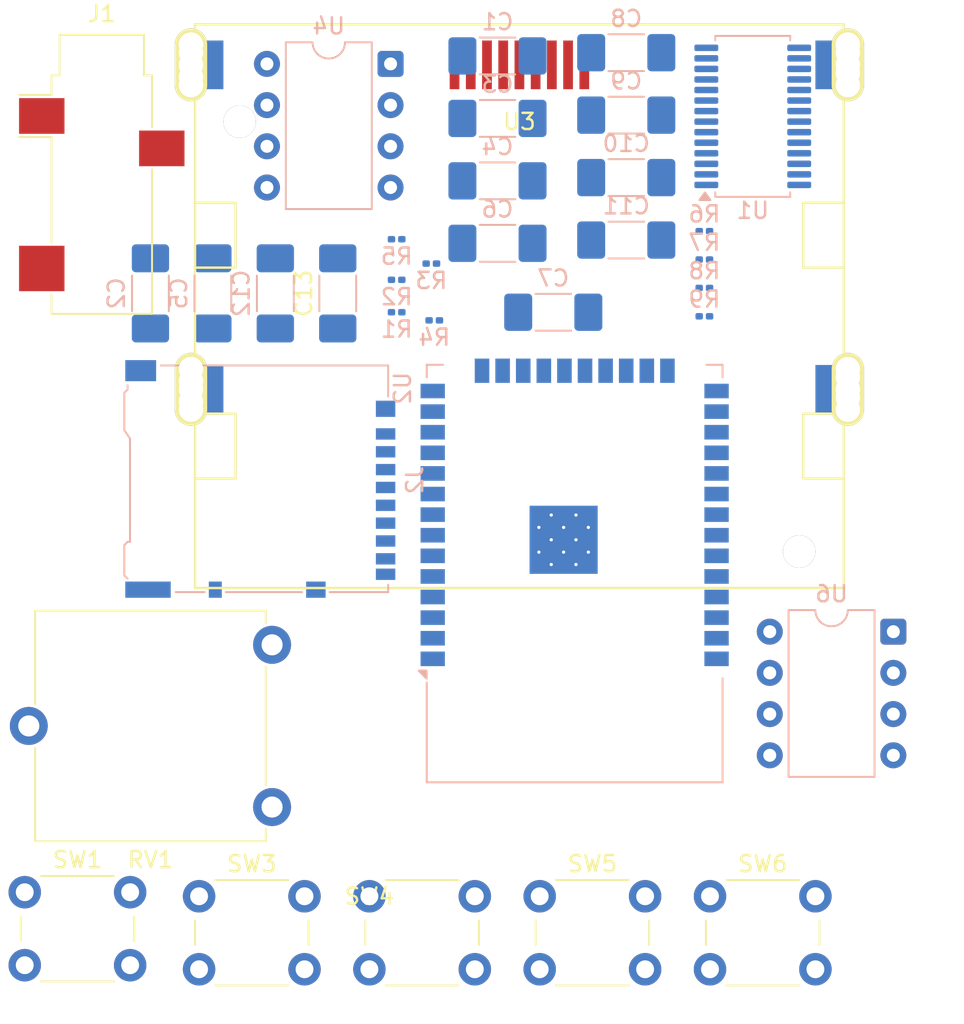
<source format=kicad_pcb>
(kicad_pcb (version 20241229) (generator "pcbnew") (generator_version "9.0")
  (layers (0 "F.Cu" signal) (2 "B.Cu" signal) (13 "F.Paste" user) (15 "B.Paste" user) (5 "F.SilkS" user "F.Silkscreen") (7 "B.SilkS" user "B.Silkscreen") (1 "F.Mask" user) (3 "B.Mask" user) (25 "Edge.Cuts" user))
  (net 0 "")
  (net 1 "GND")
  (net 2 "+5V")
  (net 3 "Net-(U1-OUTL)")
  (net 4 "Net-(U1-OUTR)")
  (net 5 "Net-(J1-PadT)")
  (net 21 "+3.3V")
  (net 25 "Net-(J1-PadR)")
  (net 35 "LRCK")
  (net 36 "Net-(U1-AVDD)")
  (net 37 "DIN")
  (net 44 "SCK")
  (net 47 "BCK")
  (net 50 "Net-(BT2--)")
  (net 62 "Net-(U2-IO15)")
  (net 76 "Net-(U2-IO12)")
  (net 80 "Net-(BT2-+)")
  (net 83 "Net-(U6-BYPASS)")
  (net 84 "Net-(C9-Pad2)")
  (net 85 "Net-(C9-Pad1)")
  (net 86 "Net-(U4-BYPASS)")
  (net 87 "Net-(C11-Pad2)")
  (net 88 "Net-(C11-Pad1)")
  (footprint "Button_Switch_THT:SW_PUSH_6mm" (layer "F.Cu") (at 135.5 118)
    (property "Reference" "SW5" (at 3.25 -2 0) (layer "F.SilkS"))
    (property "Value" "SW_Push")
    (fp_line (start -0.25 1.5) (end -0.25 3) (stroke (width 0.12)) (layer "F.SilkS"))
    (fp_line (start 1 5.5) (end 5.5 5.5) (stroke (width 0.12)) (layer "F.SilkS"))
    (fp_line (start 5.5 -1) (end 1 -1) (stroke (width 0.12)) (layer "F.SilkS"))
    (fp_line (start 6.75 3) (end 6.75 1.5) (stroke (width 0.12)) (layer "F.SilkS"))
    (pad "1" thru_hole circle (at 0 0 90) (size 2 2) (drill 1.1) (layers "*.Cu" "*.Mask") (net 2 "+5V"))
    (pad "1" thru_hole circle (at 6.5 0 90) (size 2 2) (drill 1.1) (layers "*.Cu" "*.Mask") (net 2 "+5V"))
    (pad "2" thru_hole circle (at 0 4.5 90) (size 2 2) (drill 1.1) (layers "*.Cu" "*.Mask") (net 1 "GND"))
    (pad "2" thru_hole circle (at 6.5 4.5 90) (size 2 2) (drill 1.1) (layers "*.Cu" "*.Mask") (net 1 "GND"))
  )
  (footprint "Potentiometer_THT:Potentiometer_ACP_CA14V-15_Vertical" (layer "F.Cu") (at 119 102.5 180)
    (property "Reference" "RV1" (at 7.5 -13.25 0) (layer "F.SilkS"))
    (property "Value" "R_Potentiometer_US")
    (fp_line (start 14.61 2.11) (end 0.39 2.11) (stroke (width 0.12)) (layer "F.SilkS"))
    (fp_line (start 14.61 -3.655) (end 14.61 2.11) (stroke (width 0.12)) (layer "F.SilkS"))
    (fp_line (start 14.61 -12.11) (end 14.61 -6.345) (stroke (width 0.12)) (layer "F.SilkS"))
    (fp_line (start 0.39 2.11) (end 0.39 1.345) (stroke (width 0.12)) (layer "F.SilkS"))
    (fp_line (start 0.39 -1.345) (end 0.39 -8.655) (stroke (width 0.12)) (layer "F.SilkS"))
    (fp_line (start 0.39 -11.345) (end 0.39 -12.11) (stroke (width 0.12)) (layer "F.SilkS"))
    (fp_line (start 0.39 -12.11) (end 14.61 -12.11) (stroke (width 0.12)) (layer "F.SilkS"))
    (pad "1" thru_hole circle (at 0 0 180) (size 2.34 2.34) (drill 1.3) (layers "*.Cu" "*.Mask"))
    (pad "2" thru_hole circle (at 15 -5 180) (size 2.34 2.34) (drill 1.3) (layers "*.Cu" "*.Mask"))
    (pad "3" thru_hole circle (at 0 -10 180) (size 2.34 2.34) (drill 1.3) (layers "*.Cu" "*.Mask") (net 1 "GND"))
  )
  (footprint "Connector_Audio:Jack_3.5mm_CUI_SJ-3523-SMT_Horizontal" (layer "F.Cu") (at 108.5 73.5)
    (property "Reference" "J1" (at 0 -9.9 0) (layer "F.SilkS"))
    (property "Value" "AudioJack3")
    (fp_line (start -3.1 -6.1) (end -2.6 -6.1) (stroke (width 0.12)) (layer "F.SilkS"))
    (fp_line (start -3.1 -4.9) (end -5.1 -4.9) (stroke (width 0.12)) (layer "F.SilkS"))
    (fp_line (start -3.1 -4.9) (end -3.1 -6.1) (stroke (width 0.12)) (layer "F.SilkS"))
    (fp_line (start -3.1 -2.3) (end -5.1 -2.3) (stroke (width 0.12)) (layer "F.SilkS"))
    (fp_line (start -3.1 4.2) (end -3.1 -2.3) (stroke (width 0.12)) (layer "F.SilkS"))
    (fp_line (start -3.1 8.6) (end -3.1 7.4) (stroke (width 0.12)) (layer "F.SilkS"))
    (fp_line (start -2.6 -8.6) (end 2.6 -8.6) (stroke (width 0.12)) (layer "F.SilkS"))
    (fp_line (start -2.6 -6.1) (end -2.6 -8.6) (stroke (width 0.12)) (layer "F.SilkS"))
    (fp_line (start 2.6 -8.6) (end 2.6 -6.1) (stroke (width 0.12)) (layer "F.SilkS"))
    (fp_line (start 2.6 -6.1) (end 3.1 -6.1) (stroke (width 0.12)) (layer "F.SilkS"))
    (fp_line (start 3.1 -6.1) (end 3.1 -2.9) (stroke (width 0.12)) (layer "F.SilkS"))
    (fp_line (start 3.1 -0.3) (end 3.1 8.6) (stroke (width 0.12)) (layer "F.SilkS"))
    (fp_line (start 3.1 8.6) (end -3.1 8.6) (stroke (width 0.12)) (layer "F.SilkS"))
    (pad "" np_thru_hole circle (at 0 -2.5) (size 1.7 1.7) (drill 1.7) (layers "*.Cu" "*.Mask"))
    (pad "" np_thru_hole circle (at 0 4.5) (size 1.7 1.7) (drill 1.7) (layers "*.Cu" "*.Mask"))
    (pad "R" smd rect (at 3.7 -1.6) (size 2.8 2.2) (layers "F.Cu" "F.Mask" "F.Paste") (net 25 "Net-(J1-PadR)"))
    (pad "S" smd rect (at -3.7 -3.6) (size 2.8 2.2) (layers "F.Cu" "F.Mask" "F.Paste") (net 1 "GND"))
    (pad "T" smd rect (at -3.7 5.8) (size 2.8 2.8) (layers "F.Cu" "F.Mask" "F.Paste") (net 5 "Net-(J1-PadT)"))
  )
  (footprint "Nokia_5110-3310_LCD:Nokia_5110-3310_LCD" (layer "F.Cu") (at 134.25 64.25)
    (property "Reference" "U3" (at 0 6 0) (layer "F.SilkS"))
    (property "Value" "Nokia_5110_LCD")
    (fp_line (start -20 0) (end -20 34.75) (stroke (width 0.15)) (layer "F.SilkS"))
    (fp_line (start -20 0) (end 20 0) (stroke (width 0.15)) (layer "F.SilkS"))
    (fp_line (start -20 11) (end -17.5 11) (stroke (width 0.15)) (layer "F.SilkS"))
    (fp_line (start -20 24) (end -17.5 24) (stroke (width 0.15)) (layer "F.SilkS"))
    (fp_line (start -17.5 11) (end -17.5 15) (stroke (width 0.15)) (layer "F.SilkS"))
    (fp_line (start -17.5 15) (end -20 15) (stroke (width 0.15)) (layer "F.SilkS"))
    (fp_line (start -17.5 24) (end -17.5 28) (stroke (width 0.15)) (layer "F.SilkS"))
    (fp_line (start -17.5 28) (end -20 28) (stroke (width 0.15)) (layer "F.SilkS"))
    (fp_line (start 17.5 11) (end 17.5 15) (stroke (width 0.15)) (layer "F.SilkS"))
    (fp_line (start 17.5 15) (end 20 15) (stroke (width 0.15)) (layer "F.SilkS"))
    (fp_line (start 17.5 24) (end 17.5 28) (stroke (width 0.15)) (layer "F.SilkS"))
    (fp_line (start 17.5 28) (end 20 28) (stroke (width 0.15)) (layer "F.SilkS"))
    (fp_line (start 20 0) (end 20 34.75) (stroke (width 0.15)) (layer "F.SilkS"))
    (fp_line (start 20 11) (end 17.5 11) (stroke (width 0.15)) (layer "F.SilkS"))
    (fp_line (start 20 24) (end 17.5 24) (stroke (width 0.15)) (layer "F.SilkS"))
    (fp_line (start 20 34.75) (end -20 34.75) (stroke (width 0.15)) (layer "F.SilkS"))
    (pad "" np_thru_hole circle (at -20.25 1.25) (size 1.5 1.5) (drill 1.5) (layers "*.Mask" "B.Cu" "F.SilkS"))
    (pad "" np_thru_hole circle (at -20.25 1.75) (size 1.5 1.5) (drill 1.5) (layers "*.Mask" "B.Cu" "F.SilkS"))
    (pad "" np_thru_hole oval (at -20.25 2.5) (size 2 4.5) (drill 1.5) (layers "*.Mask" "B.Cu" "F.SilkS"))
    (pad "" np_thru_hole circle (at -20.25 3.25) (size 1.5 1.5) (drill 1.5) (layers "*.Mask" "B.Cu" "F.SilkS"))
    (pad "" np_thru_hole circle (at -20.25 3.75) (size 1.5 1.5) (drill 1.5) (layers "*.Mask" "B.Cu" "F.SilkS"))
    (pad "" np_thru_hole circle (at -20.25 21.25) (size 1.5 1.5) (drill 1.5) (layers "*.Mask" "B.Cu" "F.SilkS"))
    (pad "" np_thru_hole circle (at -20.25 22) (size 1.5 1.5) (drill 1.5) (layers "*.Mask" "B.Cu" "F.SilkS"))
    (pad "" np_thru_hole oval (at -20.25 22.5) (size 2 4.5) (drill 1.5) (layers "*.Mask" "B.Cu" "F.SilkS"))
    (pad "" np_thru_hole circle (at -20.25 23.25) (size 1.5 1.5) (drill 1.5) (layers "*.Mask" "B.Cu" "F.SilkS"))
    (pad "" np_thru_hole circle (at -20.25 23.75) (size 1.5 1.5) (drill 1.5) (layers "*.Mask" "B.Cu" "F.SilkS"))
    (pad "" smd rect (at -19 2.5) (size 1.5 3) (layers "B.Cu" "B.Mask"))
    (pad "" smd rect (at -19 22.5) (size 1.5 3) (layers "B.Cu" "B.Mask"))
    (pad "" thru_hole circle (at -17.25 6) (size 2 2) (drill 2) (layers "*.Cu"))
    (pad "" thru_hole circle (at 17.25 32.5) (size 2 2) (drill 2) (layers "*.Cu"))
    (pad "" smd rect (at 19 2.5) (size 1.5 3) (layers "B.Cu" "B.Mask"))
    (pad "" smd rect (at 19 22.5) (size 1.5 3) (layers "B.Cu" "B.Mask"))
    (pad "" np_thru_hole circle (at 20.25 1.25) (size 1.5 1.5) (drill 1.5) (layers "*.Mask" "B.Cu" "F.SilkS"))
    (pad "" np_thru_hole circle (at 20.25 1.75) (size 1.5 1.5) (drill 1.5) (layers "*.Mask" "B.Cu" "F.SilkS"))
    (pad "" np_thru_hole oval (at 20.25 2.5) (size 2 4.5) (drill 1.5) (layers "*.Mask" "B.Cu" "F.SilkS"))
    (pad "" np_thru_hole circle (at 20.25 3) (size 1.5 1.5) (drill 1.5) (layers "*.Mask" "B.Cu" "F.SilkS"))
    (pad "" np_thru_hole circle (at 20.25 3.75) (size 1.5 1.5) (drill 1.5) (layers "*.Mask" "B.Cu" "F.SilkS"))
    (pad "" np_thru_hole circle (at 20.25 21.25) (size 1.5 1.5) (drill 1.5) (layers "*.Mask" "B.Cu" "F.SilkS"))
    (pad "" np_thru_hole circle (at 20.25 21.75) (size 1.5 1.5) (drill 1.5) (layers "*.Mask" "B.Cu" "F.SilkS"))
    (pad "" np_thru_hole oval (at 20.25 22.5) (size 2 4.5) (drill 1.5) (layers "*.Mask" "B.Cu" "F.SilkS"))
    (pad "" np_thru_hole circle (at 20.25 23) (size 1.5 1.5) (drill 1.5) (layers "*.Mask" "B.Cu" "F.SilkS"))
    (pad "" np_thru_hole circle (at 20.25 23.75) (size 1.5 1.5) (drill 1.5) (layers "*.Mask" "B.Cu" "F.SilkS"))
    (pad "1" smd rect (at -4 2.5) (size 0.6 3) (layers "F.Cu" "F.Mask"))
    (pad "2" smd rect (at -3 2.5) (size 0.6 3) (layers "F.Cu" "F.Mask"))
    (pad "3" smd rect (at -2 2.5) (size 0.6 3) (layers "F.Cu" "F.Mask") (net 1 "GND"))
    (pad "4" smd rect (at -1 2.5) (size 0.6 3) (layers "F.Cu" "F.Mask"))
    (pad "5" smd rect (at 0 2.5) (size 0.6 3) (layers "F.Cu" "F.Mask"))
    (pad "6" smd rect (at 1 2.5) (size 0.6 3) (layers "F.Cu" "F.Mask"))
    (pad "7" smd rect (at 2 2.5) (size 0.6 3) (layers "F.Cu" "F.Mask"))
    (pad "8" smd rect (at 3 2.5) (size 0.6 3) (layers "F.Cu" "F.Mask"))
    (pad "9" smd rect (at 4 2.5) (size 0.6 3) (layers "F.Cu" "F.Mask") (net 21 "+3.3V"))
  )
  (footprint "Button_Switch_THT:SW_PUSH_6mm" (layer "F.Cu") (at 146 118)
    (property "Reference" "SW6" (at 3.25 -2 0) (layer "F.SilkS"))
    (property "Value" "SW_Push")
    (fp_line (start -0.25 1.5) (end -0.25 3) (stroke (width 0.12)) (layer "F.SilkS"))
    (fp_line (start 1 5.5) (end 5.5 5.5) (stroke (width 0.12)) (layer "F.SilkS"))
    (fp_line (start 5.5 -1) (end 1 -1) (stroke (width 0.12)) (layer "F.SilkS"))
    (fp_line (start 6.75 3) (end 6.75 1.5) (stroke (width 0.12)) (layer "F.SilkS"))
    (pad "1" thru_hole circle (at 0 0 90) (size 2 2) (drill 1.1) (layers "*.Cu" "*.Mask") (net 2 "+5V"))
    (pad "1" thru_hole circle (at 6.5 0 90) (size 2 2) (drill 1.1) (layers "*.Cu" "*.Mask") (net 2 "+5V"))
    (pad "2" thru_hole circle (at 0 4.5 90) (size 2 2) (drill 1.1) (layers "*.Cu" "*.Mask") (net 1 "GND"))
    (pad "2" thru_hole circle (at 6.5 4.5 90) (size 2 2) (drill 1.1) (layers "*.Cu" "*.Mask") (net 1 "GND"))
  )
  (footprint "Button_Switch_THT:SW_PUSH_6mm" (layer "F.Cu") (at 103.75 117.75)
    (property "Reference" "SW1" (at 3.25 -2 0) (layer "F.SilkS"))
    (property "Value" "SW_Push")
    (fp_line (start -0.25 1.5) (end -0.25 3) (stroke (width 0.12)) (layer "F.SilkS"))
    (fp_line (start 1 5.5) (end 5.5 5.5) (stroke (width 0.12)) (layer "F.SilkS"))
    (fp_line (start 5.5 -1) (end 1 -1) (stroke (width 0.12)) (layer "F.SilkS"))
    (fp_line (start 6.75 3) (end 6.75 1.5) (stroke (width 0.12)) (layer "F.SilkS"))
    (pad "1" thru_hole circle (at 0 0 90) (size 2 2) (drill 1.1) (layers "*.Cu" "*.Mask") (net 2 "+5V"))
    (pad "1" thru_hole circle (at 6.5 0 90) (size 2 2) (drill 1.1) (layers "*.Cu" "*.Mask") (net 2 "+5V"))
    (pad "2" thru_hole circle (at 0 4.5 90) (size 2 2) (drill 1.1) (layers "*.Cu" "*.Mask") (net 1 "GND"))
    (pad "2" thru_hole circle (at 6.5 4.5 90) (size 2 2) (drill 1.1) (layers "*.Cu" "*.Mask") (net 1 "GND"))
  )
  (footprint "Button_Switch_THT:SW_PUSH_6mm" (layer "F.Cu") (at 125 118)
    (property "Reference" "SW4" (at 0 0 0) (layer "F.SilkS"))
    (property "Value" "SW_Push")
    (fp_line (start -0.25 1.5) (end -0.25 3) (stroke (width 0.12)) (layer "F.SilkS"))
    (fp_line (start 1 5.5) (end 5.5 5.5) (stroke (width 0.12)) (layer "F.SilkS"))
    (fp_line (start 5.5 -1) (end 1 -1) (stroke (width 0.12)) (layer "F.SilkS"))
    (fp_line (start 6.75 3) (end 6.75 1.5) (stroke (width 0.12)) (layer "F.SilkS"))
    (pad "1" thru_hole circle (at 0 0 90) (size 2 2) (drill 1.1) (layers "*.Cu" "*.Mask") (net 2 "+5V"))
    (pad "1" thru_hole circle (at 6.5 0 90) (size 2 2) (drill 1.1) (layers "*.Cu" "*.Mask") (net 2 "+5V"))
    (pad "2" thru_hole circle (at 0 4.5 90) (size 2 2) (drill 1.1) (layers "*.Cu" "*.Mask") (net 1 "GND"))
    (pad "2" thru_hole circle (at 6.5 4.5 90) (size 2 2) (drill 1.1) (layers "*.Cu" "*.Mask") (net 1 "GND"))
  )
  (footprint "Button_Switch_THT:SW_PUSH_6mm" (layer "F.Cu") (at 114.5 118)
    (property "Reference" "SW3" (at 3.25 -2 0) (layer "F.SilkS"))
    (property "Value" "SW_Push")
    (fp_line (start -0.25 1.5) (end -0.25 3) (stroke (width 0.12)) (layer "F.SilkS"))
    (fp_line (start 1 5.5) (end 5.5 5.5) (stroke (width 0.12)) (layer "F.SilkS"))
    (fp_line (start 5.5 -1) (end 1 -1) (stroke (width 0.12)) (layer "F.SilkS"))
    (fp_line (start 6.75 3) (end 6.75 1.5) (stroke (width 0.12)) (layer "F.SilkS"))
    (pad "1" thru_hole circle (at 0 0 90) (size 2 2) (drill 1.1) (layers "*.Cu" "*.Mask") (net 2 "+5V"))
    (pad "1" thru_hole circle (at 6.5 0 90) (size 2 2) (drill 1.1) (layers "*.Cu" "*.Mask") (net 2 "+5V"))
    (pad "2" thru_hole circle (at 0 4.5 90) (size 2 2) (drill 1.1) (layers "*.Cu" "*.Mask") (net 1 "GND"))
    (pad "2" thru_hole circle (at 6.5 4.5 90) (size 2 2) (drill 1.1) (layers "*.Cu" "*.Mask") (net 1 "GND"))
  )
  (footprint "Resistor_SMD:R_0201_0603Metric" (layer "B.Cu") (at 145.655 78.75 180)
    (property "Reference" "R7" (at 0 1.05 0) (layer "B.SilkS") (effects (justify mirror)))
    (property "Value" "R")
    (pad "1" smd roundrect (at -0.32 0 180) (size 0.46 0.4) (layers "B.Cu" "B.Mask") (net 76 "Net-(U2-IO12)"))
    (pad "2" smd roundrect (at 0.32 0 180) (size 0.46 0.4) (layers "B.Cu" "B.Mask") (net 21 "+3.3V"))
  )
  (footprint "Resistor_SMD:R_0201_0603Metric" (layer "B.Cu") (at 145.655 80.5 180)
    (property "Reference" "R8" (at 0 1.05 0) (layer "B.SilkS") (effects (justify mirror)))
    (property "Value" "R")
    (pad "1" smd roundrect (at -0.32 0 180) (size 0.46 0.4) (layers "B.Cu" "B.Mask") (net 84 "Net-(C9-Pad2)"))
    (pad "2" smd roundrect (at 0.32 0 180) (size 0.46 0.4) (layers "B.Cu" "B.Mask") (net 5 "Net-(J1-PadT)"))
  )
  (footprint "Resistor_SMD:R_0201_0603Metric" (layer "B.Cu") (at 129 82.5)
    (property "Reference" "R4" (at 0 1.05 0) (layer "B.SilkS") (effects (justify mirror)))
    (property "Value" "R")
    (pad "1" smd roundrect (at -0.32 0) (size 0.46 0.4) (layers "B.Cu" "B.Mask"))
    (pad "2" smd roundrect (at 0.32 0) (size 0.46 0.4) (layers "B.Cu" "B.Mask") (net 2 "+5V"))
  )
  (footprint "Capacitor_SMD:C_1808_4520Metric_Pad1.72x2.30mm_HandSolder" (layer "B.Cu") (at 132.8975 70.05 180)
    (property "Reference" "C3" (at 0 2.1 0) (layer "B.SilkS") (effects (justify mirror)))
    (property "Value" "C")
    (fp_line (start -1.097369 1.135) (end 1.097369 1.135) (stroke (width 0.12)) (layer "B.SilkS"))
    (fp_line (start -1.097369 -1.135) (end 1.097369 -1.135) (stroke (width 0.12)) (layer "B.SilkS"))
    (pad "1" smd roundrect (at -2.1625 0 180) (size 1.725 2.3) (layers "B.Cu" "B.Mask" "B.Paste") (roundrect_rratio 0.144928) (net 36 "Net-(U1-AVDD)"))
    (pad "2" smd roundrect (at 2.1625 0 180) (size 1.725 2.3) (layers "B.Cu" "B.Mask" "B.Paste") (roundrect_rratio 0.144928) (net 1 "GND"))
  )
  (footprint "Package_DIP:DIP-8_W7.62mm" (layer "B.Cu") (at 126.305 66.69 180)
    (property "Reference" "U4" (at 3.81 2.33 0) (layer "B.SilkS") (effects (justify mirror)))
    (property "Value" "LM386")
    (fp_line (start 6.46 1.33) (end 4.81 1.33) (stroke (width 0.12)) (layer "B.SilkS"))
    (fp_line (start 6.46 -8.95) (end 6.46 1.33) (stroke (width 0.12)) (layer "B.SilkS"))
    (fp_line (start 2.81 1.33) (end 1.16 1.33) (stroke (width 0.12)) (layer "B.SilkS"))
    (fp_line (start 1.16 1.33) (end 1.16 -8.95) (stroke (width 0.12)) (layer "B.SilkS"))
    (fp_line (start 1.16 -8.95) (end 6.46 -8.95) (stroke (width 0.12)) (layer "B.SilkS"))
    (fp_arc (start 2.81 1.33) (mid 3.81 0.33) (end 4.81 1.33) (stroke (width 0.12)) (layer "B.SilkS"))
    (pad "1" thru_hole roundrect (at 0 0 180) (size 1.6 1.6) (drill 0.8) (layers "*.Cu" "*.Mask") (roundrect_rratio 0.15625))
    (pad "2" thru_hole circle (at 0 -2.54 180) (size 1.6 1.6) (drill 0.8) (layers "*.Cu" "*.Mask") (net 4 "Net-(U1-OUTR)"))
    (pad "3" thru_hole circle (at 0 -5.08 180) (size 1.6 1.6) (drill 0.8) (layers "*.Cu" "*.Mask") (net 4 "Net-(U1-OUTR)"))
    (pad "4" thru_hole circle (at 0 -7.62 180) (size 1.6 1.6) (drill 0.8) (layers "*.Cu" "*.Mask") (net 1 "GND"))
    (pad "5" thru_hole circle (at 7.62 -7.62 180) (size 1.6 1.6) (drill 0.8) (layers "*.Cu" "*.Mask") (net 88 "Net-(C11-Pad1)"))
    (pad "6" thru_hole circle (at 7.62 -5.08 180) (size 1.6 1.6) (drill 0.8) (layers "*.Cu" "*.Mask") (net 2 "+5V"))
    (pad "7" thru_hole circle (at 7.62 -2.54 180) (size 1.6 1.6) (drill 0.8) (layers "*.Cu" "*.Mask") (net 86 "Net-(U4-BYPASS)"))
    (pad "8" thru_hole circle (at 7.62 0 180) (size 1.6 1.6) (drill 0.8) (layers "*.Cu" "*.Mask"))
  )
  (footprint "Resistor_SMD:R_0201_0603Metric" (layer "B.Cu") (at 126.68 82)
    (property "Reference" "R1" (at 0 1.05 0) (layer "B.SilkS") (effects (justify mirror)))
    (property "Value" "R")
    (pad "1" smd roundrect (at -0.32 0) (size 0.46 0.4) (layers "B.Cu" "B.Mask"))
    (pad "2" smd roundrect (at 0.32 0) (size 0.46 0.4) (layers "B.Cu" "B.Mask") (net 2 "+5V"))
  )
  (footprint "Connector_Card:microSD_HC_Hirose_DM3AT-SF-PEJM5" (layer "B.Cu") (at 118.275 92.275 90)
    (property "Reference" "J2" (at -0.075 9.525 90) (layer "B.SilkS") (effects (justify mirror)))
    (property "Value" "Micro_SD_Card")
    (fp_line (start 5.315 -8.385) (end 3.005 -8.385) (stroke (width 0.12)) (layer "B.SilkS"))
    (fp_line (start 5.315 -8.385) (end 5.515 -8.185) (stroke (width 0.12)) (layer "B.SilkS"))
    (fp_line (start 3.005 -8.385) (end 2.495 -8.035) (stroke (width 0.12)) (layer "B.SilkS"))
    (fp_line (start -4.085 -8.385) (end -3.875 -8.185) (stroke (width 0.12)) (layer "B.SilkS"))
    (fp_line (start -5.945 -8.385) (end -4.085 -8.385) (stroke (width 0.12)) (layer "B.SilkS"))
    (fp_line (start -5.945 -8.385) (end -6.145 -8.185) (stroke (width 0.12)) (layer "B.SilkS"))
    (fp_line (start 5.515 -8.185) (end 5.775 -8.185) (stroke (width 0.12)) (layer "B.SilkS"))
    (fp_line (start -3.875 -8.035) (end -3.875 -8.185) (stroke (width 0.12)) (layer "B.SilkS"))
    (fp_line (start -3.875 -8.035) (end 2.495 -8.035) (stroke (width 0.12)) (layer "B.SilkS"))
    (fp_line (start -6.975 -3.425) (end -6.975 -5.225) (stroke (width 0.12)) (layer "B.SilkS"))
    (fp_line (start -6.975 2.575) (end -6.975 -2.125) (stroke (width 0.12)) (layer "B.SilkS"))
    (fp_line (start 6.995 7.885) (end 6.995 -6.125) (stroke (width 0.12)) (layer "B.SilkS"))
    (fp_line (start 5.075 7.885) (end 6.995 7.885) (stroke (width 0.12)) (layer "B.SilkS"))
    (fp_line (start -6.525 7.885) (end -6.975 7.885) (stroke (width 0.12)) (layer "B.SilkS"))
    (fp_line (start -6.975 7.885) (end -6.975 4.275) (stroke (width 0.12)) (layer "B.SilkS"))
    (pad "1" smd rect (at 2.775 7.725 90) (size 0.7 1.2) (layers "B.Cu" "B.Mask" "B.Paste"))
    (pad "2" smd rect (at 1.675 7.725 90) (size 0.7 1.2) (layers "B.Cu" "B.Mask" "B.Paste"))
    (pad "3" smd rect (at 0.575 7.725 90) (size 0.7 1.2) (layers "B.Cu" "B.Mask" "B.Paste"))
    (pad "4" smd rect (at -0.525 7.725 90) (size 0.7 1.2) (layers "B.Cu" "B.Mask" "B.Paste") (net 2 "+5V"))
    (pad "5" smd rect (at -1.625 7.725 90) (size 0.7 1.2) (layers "B.Cu" "B.Mask" "B.Paste"))
    (pad "6" smd rect (at -2.725 7.725 90) (size 0.7 1.2) (layers "B.Cu" "B.Mask" "B.Paste") (net 1 "GND"))
    (pad "7" smd rect (at -3.825 7.725 90) (size 0.7 1.2) (layers "B.Cu" "B.Mask" "B.Paste"))
    (pad "8" smd rect (at -4.925 7.725 90) (size 0.7 1.2) (layers "B.Cu" "B.Mask" "B.Paste"))
    (pad "9" smd rect (at -5.875 7.725 90) (size 0.7 1.2) (layers "B.Cu" "B.Mask" "B.Paste"))
    (pad "10" smd rect (at -6.825 -2.775 90) (size 1 0.8) (layers "B.Cu" "B.Mask" "B.Paste"))
    (pad "11" smd rect (at -6.825 -6.925 90) (size 1 2.8) (layers "B.Cu" "B.Mask" "B.Paste"))
    (pad "11" smd rect (at -6.825 3.425 90) (size 1 1.2) (layers "B.Cu" "B.Mask" "B.Paste"))
    (pad "11" smd rect (at 4.325 7.725 90) (size 1 1.2) (layers "B.Cu" "B.Mask" "B.Paste"))
    (pad "11" smd rect (at 6.675 -7.375 90) (size 1.3 1.9) (layers "B.Cu" "B.Mask" "B.Paste"))
  )
  (footprint "Capacitor_SMD:C_1808_4520Metric_Pad1.72x2.30mm_HandSolder" (layer "B.Cu") (at 140.8375 73.7 180)
    (property "Reference" "C10" (at 0 2.1 0) (layer "B.SilkS") (effects (justify mirror)))
    (property "Value" "C")
    (fp_line (start -1.097369 1.135) (end 1.097369 1.135) (stroke (width 0.12)) (layer "B.SilkS"))
    (fp_line (start -1.097369 -1.135) (end 1.097369 -1.135) (stroke (width 0.12)) (layer "B.SilkS"))
    (pad "1" smd roundrect (at -2.1625 0 180) (size 1.725 2.3) (layers "B.Cu" "B.Mask" "B.Paste") (roundrect_rratio 0.144928) (net 86 "Net-(U4-BYPASS)"))
    (pad "2" smd roundrect (at 2.1625 0 180) (size 1.725 2.3) (layers "B.Cu" "B.Mask" "B.Paste") (roundrect_rratio 0.144928) (net 1 "GND"))
  )
  (footprint "Package_DIP:DIP-8_W7.62mm" (layer "B.Cu") (at 157.305 101.69 180)
    (property "Reference" "U6" (at 3.81 2.33 0) (layer "B.SilkS") (effects (justify mirror)))
    (property "Value" "LM386")
    (fp_line (start 6.46 1.33) (end 4.81 1.33) (stroke (width 0.12)) (layer "B.SilkS"))
    (fp_line (start 6.46 -8.95) (end 6.46 1.33) (stroke (width 0.12)) (layer "B.SilkS"))
    (fp_line (start 2.81 1.33) (end 1.16 1.33) (stroke (width 0.12)) (layer "B.SilkS"))
    (fp_line (start 1.16 1.33) (end 1.16 -8.95) (stroke (width 0.12)) (layer "B.SilkS"))
    (fp_line (start 1.16 -8.95) (end 6.46 -8.95) (stroke (width 0.12)) (layer "B.SilkS"))
    (fp_arc (start 2.81 1.33) (mid 3.81 0.33) (end 4.81 1.33) (stroke (width 0.12)) (layer "B.SilkS"))
    (pad "1" thru_hole roundrect (at 0 0 180) (size 1.6 1.6) (drill 0.8) (layers "*.Cu" "*.Mask") (roundrect_rratio 0.15625))
    (pad "2" thru_hole circle (at 0 -2.54 180) (size 1.6 1.6) (drill 0.8) (layers "*.Cu" "*.Mask") (net 3 "Net-(U1-OUTL)"))
    (pad "3" thru_hole circle (at 0 -5.08 180) (size 1.6 1.6) (drill 0.8) (layers "*.Cu" "*.Mask") (net 3 "Net-(U1-OUTL)"))
    (pad "4" thru_hole circle (at 0 -7.62 180) (size 1.6 1.6) (drill 0.8) (layers "*.Cu" "*.Mask") (net 1 "GND"))
    (pad "5" thru_hole circle (at 7.62 -7.62 180) (size 1.6 1.6) (drill 0.8) (layers "*.Cu" "*.Mask") (net 85 "Net-(C9-Pad1)"))
    (pad "6" thru_hole circle (at 7.62 -5.08 180) (size 1.6 1.6) (drill 0.8) (layers "*.Cu" "*.Mask") (net 2 "+5V"))
    (pad "7" thru_hole circle (at 7.62 -2.54 180) (size 1.6 1.6) (drill 0.8) (layers "*.Cu" "*.Mask") (net 83 "Net-(U6-BYPASS)"))
    (pad "8" thru_hole circle (at 7.62 0 180) (size 1.6 1.6) (drill 0.8) (layers "*.Cu" "*.Mask"))
  )
  (footprint "Capacitor_SMD:C_1808_4520Metric_Pad1.72x2.30mm_HandSolder" (layer "B.Cu") (at 119.2 80.8375 -90)
    (property "Reference" "C12" (at 0 2.1 90) (layer "B.SilkS") (effects (justify mirror)))
    (property "Value" "C")
    (fp_line (start -1.097369 1.135) (end 1.097369 1.135) (stroke (width 0.12)) (layer "B.SilkS"))
    (fp_line (start -1.097369 -1.135) (end 1.097369 -1.135) (stroke (width 0.12)) (layer "B.SilkS"))
    (pad "1" smd roundrect (at -2.1625 0 270) (size 1.725 2.3) (layers "B.Cu" "B.Mask" "B.Paste") (roundrect_rratio 0.144928) (net 4 "Net-(U1-OUTR)"))
    (pad "2" smd roundrect (at 2.1625 0 270) (size 1.725 2.3) (layers "B.Cu" "B.Mask" "B.Paste") (roundrect_rratio 0.144928) (net 1 "GND"))
  )
  (footprint "Capacitor_SMD:C_1808_4520Metric_Pad1.72x2.30mm_HandSolder" (layer "B.Cu") (at 132.8975 77.75 180)
    (property "Reference" "C6" (at 0 2.1 0) (layer "B.SilkS") (effects (justify mirror)))
    (property "Value" "C")
    (fp_line (start -1.097369 1.135) (end 1.097369 1.135) (stroke (width 0.12)) (layer "B.SilkS"))
    (fp_line (start -1.097369 -1.135) (end 1.097369 -1.135) (stroke (width 0.12)) (layer "B.SilkS"))
    (pad "1" smd roundrect (at -2.1625 0 180) (size 1.725 2.3) (layers "B.Cu" "B.Mask" "B.Paste") (roundrect_rratio 0.144928) (net 83 "Net-(U6-BYPASS)"))
    (pad "2" smd roundrect (at 2.1625 0 180) (size 1.725 2.3) (layers "B.Cu" "B.Mask" "B.Paste") (roundrect_rratio 0.144928) (net 1 "GND"))
  )
  (footprint "Capacitor_SMD:C_1808_4520Metric_Pad1.72x2.30mm_HandSolder" (layer "B.Cu") (at 132.8975 66.2 180)
    (property "Reference" "C1" (at 0 2.1 0) (layer "B.SilkS") (effects (justify mirror)))
    (property "Value" "C")
    (fp_line (start -1.097369 1.135) (end 1.097369 1.135) (stroke (width 0.12)) (layer "B.SilkS"))
    (fp_line (start -1.097369 -1.135) (end 1.097369 -1.135) (stroke (width 0.12)) (layer "B.SilkS"))
    (pad "1" smd roundrect (at -2.1625 0 180) (size 1.725 2.3) (layers "B.Cu" "B.Mask" "B.Paste") (roundrect_rratio 0.144928) (net 36 "Net-(U1-AVDD)"))
    (pad "2" smd roundrect (at 2.1625 0 180) (size 1.725 2.3) (layers "B.Cu" "B.Mask" "B.Paste") (roundrect_rratio 0.144928) (net 1 "GND"))
  )
  (footprint "Resistor_SMD:R_0201_0603Metric" (layer "B.Cu") (at 145.655 77 180)
    (property "Reference" "R6" (at 0 1.05 0) (layer "B.SilkS") (effects (justify mirror)))
    (property "Value" "R")
    (pad "1" smd roundrect (at -0.32 0 180) (size 0.46 0.4) (layers "B.Cu" "B.Mask") (net 62 "Net-(U2-IO15)"))
    (pad "2" smd roundrect (at 0.32 0 180) (size 0.46 0.4) (layers "B.Cu" "B.Mask") (net 21 "+3.3V"))
  )
  (footprint "Capacitor_SMD:C_1808_4520Metric_Pad1.72x2.30mm_HandSolder" (layer "B.Cu") (at 115.35 80.8375 -90)
    (property "Reference" "C5" (at 0 2.1 90) (layer "B.SilkS") (effects (justify mirror)))
    (property "Value" "C")
    (fp_line (start -1.097369 1.135) (end 1.097369 1.135) (stroke (width 0.12)) (layer "B.SilkS"))
    (fp_line (start -1.097369 -1.135) (end 1.097369 -1.135) (stroke (width 0.12)) (layer "B.SilkS"))
    (pad "1" smd roundrect (at -2.1625 0 270) (size 1.725 2.3) (layers "B.Cu" "B.Mask" "B.Paste") (roundrect_rratio 0.144928) (net 3 "Net-(U1-OUTL)"))
    (pad "2" smd roundrect (at 2.1625 0 270) (size 1.725 2.3) (layers "B.Cu" "B.Mask" "B.Paste") (roundrect_rratio 0.144928) (net 1 "GND"))
  )
  (footprint "Capacitor_SMD:C_1808_4520Metric_Pad1.72x2.30mm_HandSolder" (layer "B.Cu") (at 140.8375 69.85 180)
    (property "Reference" "C9" (at 0 2.1 0) (layer "B.SilkS") (effects (justify mirror)))
    (property "Value" "C")
    (fp_line (start -1.097369 1.135) (end 1.097369 1.135) (stroke (width 0.12)) (layer "B.SilkS"))
    (fp_line (start -1.097369 -1.135) (end 1.097369 -1.135) (stroke (width 0.12)) (layer "B.SilkS"))
    (pad "1" smd roundrect (at -2.1625 0 180) (size 1.725 2.3) (layers "B.Cu" "B.Mask" "B.Paste") (roundrect_rratio 0.144928) (net 85 "Net-(C9-Pad1)"))
    (pad "2" smd roundrect (at 2.1625 0 180) (size 1.725 2.3) (layers "B.Cu" "B.Mask" "B.Paste") (roundrect_rratio 0.144928) (net 84 "Net-(C9-Pad2)"))
  )
  (footprint "Resistor_SMD:R_0201_0603Metric" (layer "B.Cu") (at 126.68 77.5)
    (property "Reference" "R5" (at 0 1.05 0) (layer "B.SilkS") (effects (justify mirror)))
    (property "Value" "R")
    (pad "1" smd roundrect (at -0.32 0) (size 0.46 0.4) (layers "B.Cu" "B.Mask"))
    (pad "2" smd roundrect (at 0.32 0) (size 0.46 0.4) (layers "B.Cu" "B.Mask") (net 2 "+5V"))
  )
  (footprint "Capacitor_SMD:C_1808_4520Metric_Pad1.72x2.30mm_HandSolder" (layer "B.Cu") (at 136.3375 82 180)
    (property "Reference" "C7" (at 0 2.1 0) (layer "B.SilkS") (effects (justify mirror)))
    (property "Value" "C")
    (fp_line (start -1.097369 1.135) (end 1.097369 1.135) (stroke (width 0.12)) (layer "B.SilkS"))
    (fp_line (start -1.097369 -1.135) (end 1.097369 -1.135) (stroke (width 0.12)) (layer "B.SilkS"))
    (pad "1" smd roundrect (at -2.1625 0 180) (size 1.725 2.3) (layers "B.Cu" "B.Mask" "B.Paste") (roundrect_rratio 0.144928) (net 80 "Net-(BT2-+)"))
    (pad "2" smd roundrect (at 2.1625 0 180) (size 1.725 2.3) (layers "B.Cu" "B.Mask" "B.Paste") (roundrect_rratio 0.144928) (net 50 "Net-(BT2--)"))
  )
  (footprint "Resistor_SMD:R_0201_0603Metric" (layer "B.Cu") (at 128.82 79)
    (property "Reference" "R3" (at 0 1.05 0) (layer "B.SilkS") (effects (justify mirror)))
    (property "Value" "R")
    (pad "1" smd roundrect (at -0.32 0) (size 0.46 0.4) (layers "B.Cu" "B.Mask"))
    (pad "2" smd roundrect (at 0.32 0) (size 0.46 0.4) (layers "B.Cu" "B.Mask") (net 2 "+5V"))
  )
  (footprint "Resistor_SMD:R_0201_0603Metric" (layer "B.Cu") (at 145.655 82.25 180)
    (property "Reference" "R9" (at 0 1.05 0) (layer "B.SilkS") (effects (justify mirror)))
    (property "Value" "R")
    (pad "1" smd roundrect (at -0.32 0 180) (size 0.46 0.4) (layers "B.Cu" "B.Mask") (net 87 "Net-(C11-Pad2)"))
    (pad "2" smd roundrect (at 0.32 0 180) (size 0.46 0.4) (layers "B.Cu" "B.Mask") (net 25 "Net-(J1-PadR)"))
  )
  (footprint "Capacitor_SMD:C_1808_4520Metric_Pad1.72x2.30mm_HandSolder" (layer "B.Cu") (at 111.5 80.8375 -90)
    (property "Reference" "C2" (at 0 2.1 90) (layer "B.SilkS") (effects (justify mirror)))
    (property "Value" "C")
    (fp_line (start -1.097369 1.135) (end 1.097369 1.135) (stroke (width 0.12)) (layer "B.SilkS"))
    (fp_line (start -1.097369 -1.135) (end 1.097369 -1.135) (stroke (width 0.12)) (layer "B.SilkS"))
    (pad "1" smd roundrect (at -2.1625 0 270) (size 1.725 2.3) (layers "B.Cu" "B.Mask" "B.Paste") (roundrect_rratio 0.144928) (net 3 "Net-(U1-OUTL)"))
    (pad "2" smd roundrect (at 2.1625 0 270) (size 1.725 2.3) (layers "B.Cu" "B.Mask" "B.Paste") (roundrect_rratio 0.144928) (net 1 "GND"))
  )
  (footprint "Capacitor_SMD:C_1808_4520Metric_Pad1.72x2.30mm_HandSolder" (layer "B.Cu") (at 123.05 80.8375 -90)
    (property "Reference" "C13" (at 0 2.1 90) (layer "F.SilkS"))
    (property "Value" "C")
    (fp_line (start -1.097369 1.135) (end 1.097369 1.135) (stroke (width 0.12)) (layer "B.SilkS"))
    (fp_line (start -1.097369 -1.135) (end 1.097369 -1.135) (stroke (width 0.12)) (layer "B.SilkS"))
    (pad "1" smd roundrect (at -2.1625 0 270) (size 1.725 2.3) (layers "B.Cu" "B.Mask" "B.Paste") (roundrect_rratio 0.144928) (net 4 "Net-(U1-OUTR)"))
    (pad "2" smd roundrect (at 2.1625 0 270) (size 1.725 2.3) (layers "B.Cu" "B.Mask" "B.Paste") (roundrect_rratio 0.144928) (net 1 "GND"))
  )
  (footprint "Package_SO:TSSOP-28_4.4x9.7mm_P0.65mm" (layer "B.Cu") (at 148.6375 69.925)
    (property "Reference" "U1" (at 0 5.8 0) (layer "B.SilkS") (effects (justify mirror)))
    (property "Value" "PCM5122PW")
    (fp_line (start -2.31 -4.96) (end -2.31 -4.685) (stroke (width 0.12)) (layer "B.SilkS"))
    (fp_line (start -2.31 4.685) (end -2.31 4.96) (stroke (width 0.12)) (layer "B.SilkS"))
    (fp_line (start -2.31 4.96) (end 2.31 4.96) (stroke (width 0.12)) (layer "B.SilkS"))
    (fp_line (start 2.31 -4.96) (end -2.31 -4.96) (stroke (width 0.12)) (layer "B.SilkS"))
    (fp_line (start 2.31 -4.685) (end 2.31 -4.96) (stroke (width 0.12)) (layer "B.SilkS"))
    (fp_line (start 2.31 4.96) (end 2.31 4.685) (stroke (width 0.12)) (layer "B.SilkS"))
    (fp_poly (pts (xy -2.95 4.69) (xy -3.29 5.16) (xy -2.61 5.16)) (stroke (width 0.12)) (fill yes) (layer "B.SilkS"))
    (pad "1" smd roundrect (at -2.8625 4.225) (size 1.475 0.4) (layers "B.Cu" "B.Mask" "B.Paste") (net 36 "Net-(U1-AVDD)"))
    (pad "2" smd roundrect (at -2.8625 3.575) (size 1.475 0.4) (layers "B.Cu" "B.Mask" "B.Paste"))
    (pad "3" smd roundrect (at -2.8625 2.925) (size 1.475 0.4) (layers "B.Cu" "B.Mask" "B.Paste"))
    (pad "4" smd roundrect (at -2.8625 2.275) (size 1.475 0.4) (layers "B.Cu" "B.Mask" "B.Paste"))
    (pad "5" smd roundrect (at -2.8625 1.625) (size 1.475 0.4) (layers "B.Cu" "B.Mask" "B.Paste"))
    (pad "6" smd roundrect (at -2.8625 0.975) (size 1.475 0.4) (layers "B.Cu" "B.Mask" "B.Paste") (net 3 "Net-(U1-OUTL)"))
    (pad "7" smd roundrect (at -2.8625 0.325) (size 1.475 0.4) (layers "B.Cu" "B.Mask" "B.Paste") (net 4 "Net-(U1-OUTR)"))
    (pad "8" smd roundrect (at -2.8625 -0.325) (size 1.475 0.4) (layers "B.Cu" "B.Mask" "B.Paste") (net 36 "Net-(U1-AVDD)"))
    (pad "9" smd roundrect (at -2.8625 -0.975) (size 1.475 0.4) (layers "B.Cu" "B.Mask" "B.Paste") (net 1 "GND"))
    (pad "10" smd roundrect (at -2.8625 -1.625) (size 1.475 0.4) (layers "B.Cu" "B.Mask" "B.Paste"))
    (pad "11" smd roundrect (at -2.8625 -2.275) (size 1.475 0.4) (layers "B.Cu" "B.Mask" "B.Paste"))
    (pad "12" smd roundrect (at -2.8625 -2.925) (size 1.475 0.4) (layers "B.Cu" "B.Mask" "B.Paste"))
    (pad "13" smd roundrect (at -2.8625 -3.575) (size 1.475 0.4) (layers "B.Cu" "B.Mask" "B.Paste"))
    (pad "14" smd roundrect (at -2.8625 -4.225) (size 1.475 0.4) (layers "B.Cu" "B.Mask" "B.Paste"))
    (pad "15" smd roundrect (at 2.8625 -4.225) (size 1.475 0.4) (layers "B.Cu" "B.Mask" "B.Paste"))
    (pad "16" smd roundrect (at 2.8625 -3.575) (size 1.475 0.4) (layers "B.Cu" "B.Mask" "B.Paste"))
    (pad "17" smd roundrect (at 2.8625 -2.925) (size 1.475 0.4) (layers "B.Cu" "B.Mask" "B.Paste"))
    (pad "18" smd roundrect (at 2.8625 -2.275) (size 1.475 0.4) (layers "B.Cu" "B.Mask" "B.Paste"))
    (pad "19" smd roundrect (at 2.8625 -1.625) (size 1.475 0.4) (layers "B.Cu" "B.Mask" "B.Paste"))
    (pad "20" smd roundrect (at 2.8625 -0.975) (size 1.475 0.4) (layers "B.Cu" "B.Mask" "B.Paste") (net 44 "SCK"))
    (pad "21" smd roundrect (at 2.8625 -0.325) (size 1.475 0.4) (layers "B.Cu" "B.Mask" "B.Paste") (net 47 "BCK"))
    (pad "22" smd roundrect (at 2.8625 0.325) (size 1.475 0.4) (layers "B.Cu" "B.Mask" "B.Paste") (net 37 "DIN"))
    (pad "23" smd roundrect (at 2.8625 0.975) (size 1.475 0.4) (layers "B.Cu" "B.Mask" "B.Paste") (net 35 "LRCK"))
    (pad "24" smd roundrect (at 2.8625 1.625) (size 1.475 0.4) (layers "B.Cu" "B.Mask" "B.Paste"))
    (pad "25" smd roundrect (at 2.8625 2.275) (size 1.475 0.4) (layers "B.Cu" "B.Mask" "B.Paste"))
    (pad "26" smd roundrect (at 2.8625 2.925) (size 1.475 0.4) (layers "B.Cu" "B.Mask" "B.Paste"))
    (pad "27" smd roundrect (at 2.8625 3.575) (size 1.475 0.4) (layers "B.Cu" "B.Mask" "B.Paste") (net 1 "GND"))
    (pad "28" smd roundrect (at 2.8625 4.225) (size 1.475 0.4) (layers "B.Cu" "B.Mask" "B.Paste") (net 36 "Net-(U1-AVDD)"))
  )
  (footprint "Resistor_SMD:R_0201_0603Metric" (layer "B.Cu") (at 126.68 80)
    (property "Reference" "R2" (at 0 1.05 0) (layer "B.SilkS") (effects (justify mirror)))
    (property "Value" "R")
    (pad "1" smd roundrect (at -0.32 0) (size 0.46 0.4) (layers "B.Cu" "B.Mask"))
    (pad "2" smd roundrect (at 0.32 0) (size 0.46 0.4) (layers "B.Cu" "B.Mask") (net 2 "+5V"))
  )
  (footprint "Capacitor_SMD:C_1808_4520Metric_Pad1.72x2.30mm_HandSolder" (layer "B.Cu") (at 140.8375 77.55 180)
    (property "Reference" "C11" (at 0 2.1 0) (layer "B.SilkS") (effects (justify mirror)))
    (property "Value" "C")
    (fp_line (start -1.097369 1.135) (end 1.097369 1.135) (stroke (width 0.12)) (layer "B.SilkS"))
    (fp_line (start -1.097369 -1.135) (end 1.097369 -1.135) (stroke (width 0.12)) (layer "B.SilkS"))
    (pad "1" smd roundrect (at -2.1625 0 180) (size 1.725 2.3) (layers "B.Cu" "B.Mask" "B.Paste") (roundrect_rratio 0.144928) (net 88 "Net-(C11-Pad1)"))
    (pad "2" smd roundrect (at 2.1625 0 180) (size 1.725 2.3) (layers "B.Cu" "B.Mask" "B.Paste") (roundrect_rratio 0.144928) (net 87 "Net-(C11-Pad2)"))
  )
  (footprint "Capacitor_SMD:C_1808_4520Metric_Pad1.72x2.30mm_HandSolder" (layer "B.Cu") (at 132.8975 73.9 180)
    (property "Reference" "C4" (at 0 2.1 0) (layer "B.SilkS") (effects (justify mirror)))
    (property "Value" "C")
    (fp_line (start -1.097369 1.135) (end 1.097369 1.135) (stroke (width 0.12)) (layer "B.SilkS"))
    (fp_line (start -1.097369 -1.135) (end 1.097369 -1.135) (stroke (width 0.12)) (layer "B.SilkS"))
    (pad "1" smd roundrect (at -2.1625 0 180) (size 1.725 2.3) (layers "B.Cu" "B.Mask" "B.Paste") (roundrect_rratio 0.144928) (net 36 "Net-(U1-AVDD)"))
    (pad "2" smd roundrect (at 2.1625 0 180) (size 1.725 2.3) (layers "B.Cu" "B.Mask" "B.Paste") (roundrect_rratio 0.144928) (net 1 "GND"))
  )
  (footprint "Capacitor_SMD:C_1808_4520Metric_Pad1.72x2.30mm_HandSolder" (layer "B.Cu") (at 140.8375 66 180)
    (property "Reference" "C8" (at 0 2.1 0) (layer "B.SilkS") (effects (justify mirror)))
    (property "Value" "C")
    (fp_line (start -1.097369 1.135) (end 1.097369 1.135) (stroke (width 0.12)) (layer "B.SilkS"))
    (fp_line (start -1.097369 -1.135) (end 1.097369 -1.135) (stroke (width 0.12)) (layer "B.SilkS"))
    (pad "1" smd roundrect (at -2.1625 0 180) (size 1.725 2.3) (layers "B.Cu" "B.Mask" "B.Paste") (roundrect_rratio 0.144928) (net 80 "Net-(BT2-+)"))
    (pad "2" smd roundrect (at 2.1625 0 180) (size 1.725 2.3) (layers "B.Cu" "B.Mask" "B.Paste") (roundrect_rratio 0.144928) (net 50 "Net-(BT2--)"))
  )
  (footprint "RF_Module:ESP32-WROOM-32" (layer "B.Cu") (at 137.655 95.115)
    (property "Reference" "U2" (at -10.61 -8.43 90) (layer "B.SilkS") (effects (justify mirror)))
    (property "Value" "ESP32-WROOM-32")
    (fp_line (start -9.12 -9.88) (end -8.12 -9.88) (stroke (width 0.12)) (layer "B.SilkS"))
    (fp_line (start -9.12 -9.1) (end -9.12 -9.88) (stroke (width 0.12)) (layer "B.SilkS"))
    (fp_line (start -9.12 15.86) (end -9.12 9.7) (stroke (width 0.12)) (layer "B.SilkS"))
    (fp_line (start -9.12 15.86) (end 9.12 15.86) (stroke (width 0.12)) (layer "B.SilkS"))
    (fp_line (start 9.12 -9.88) (end 8.12 -9.88) (stroke (width 0.12)) (layer "B.SilkS"))
    (fp_line (start 9.12 -9.1) (end 9.12 -9.88) (stroke (width 0.12)) (layer "B.SilkS"))
    (fp_line (start 9.12 15.86) (end 9.12 9.445) (stroke (width 0.12)) (layer "B.SilkS"))
    (fp_poly (pts (xy -9.125 8.975) (xy -9.625 8.975) (xy -9.125 9.475) (xy -9.125 8.975)) (stroke (width 0.12)) (fill yes) (layer "B.SilkS"))
    (pad "1" smd rect (at -8.75 8.25) (size 1.5 0.9) (layers "B.Cu" "B.Mask" "B.Paste") (net 50 "Net-(BT2--)"))
    (pad "2" smd rect (at -8.75 6.98) (size 1.5 0.9) (layers "B.Cu" "B.Mask" "B.Paste") (net 80 "Net-(BT2-+)"))
    (pad "3" smd rect (at -8.75 5.71) (size 1.5 0.9) (layers "B.Cu" "B.Mask" "B.Paste"))
    (pad "4" smd rect (at -8.75 4.44) (size 1.5 0.9) (layers "B.Cu" "B.Mask" "B.Paste"))
    (pad "5" smd rect (at -8.75 3.17) (size 1.5 0.9) (layers "B.Cu" "B.Mask" "B.Paste"))
    (pad "6" smd rect (at -8.75 1.9) (size 1.5 0.9) (layers "B.Cu" "B.Mask" "B.Paste"))
    (pad "7" smd rect (at -8.75 0.63) (size 1.5 0.9) (layers "B.Cu" "B.Mask" "B.Paste"))
    (pad "8" smd rect (at -8.75 -0.64) (size 1.5 0.9) (layers "B.Cu" "B.Mask" "B.Paste"))
    (pad "9" smd rect (at -8.75 -1.91) (size 1.5 0.9) (layers "B.Cu" "B.Mask" "B.Paste"))
    (pad "10" smd rect (at -8.75 -3.18) (size 1.5 0.9) (layers "B.Cu" "B.Mask" "B.Paste"))
    (pad "11" smd rect (at -8.75 -4.45) (size 1.5 0.9) (layers "B.Cu" "B.Mask" "B.Paste"))
    (pad "12" smd rect (at -8.75 -5.72) (size 1.5 0.9) (layers "B.Cu" "B.Mask" "B.Paste"))
    (pad "13" smd rect (at -8.75 -6.99) (size 1.5 0.9) (layers "B.Cu" "B.Mask" "B.Paste"))
    (pad "14" smd rect (at -8.75 -8.26) (size 1.5 0.9) (layers "B.Cu" "B.Mask" "B.Paste") (net 76 "Net-(U2-IO12)"))
    (pad "15" smd rect (at -5.71 -9.51 270) (size 1.5 0.9) (layers "B.Cu" "B.Mask" "B.Paste") (net 50 "Net-(BT2--)"))
    (pad "16" smd rect (at -4.44 -9.51 270) (size 1.5 0.9) (layers "B.Cu" "B.Mask" "B.Paste"))
    (pad "17" smd rect (at -3.17 -9.51 270) (size 1.5 0.9) (layers "B.Cu" "B.Mask" "B.Paste"))
    (pad "18" smd rect (at -1.9 -9.51 270) (size 1.5 0.9) (layers "B.Cu" "B.Mask" "B.Paste"))
    (pad "19" smd rect (at -0.63 -9.51 270) (size 1.5 0.9) (layers "B.Cu" "B.Mask" "B.Paste"))
    (pad "20" smd rect (at 0.64 -9.51 270) (size 1.5 0.9) (layers "B.Cu" "B.Mask" "B.Paste") (net 44 "SCK"))
    (pad "21" smd rect (at 1.91 -9.51 270) (size 1.5 0.9) (layers "B.Cu" "B.Mask" "B.Paste"))
    (pad "22" smd rect (at 3.18 -9.51 270) (size 1.5 0.9) (layers "B.Cu" "B.Mask" "B.Paste"))
    (pad "23" smd rect (at 4.45 -9.51 270) (size 1.5 0.9) (layers "B.Cu" "B.Mask" "B.Paste") (net 62 "Net-(U2-IO15)"))
    (pad "24" smd rect (at 5.72 -9.51 270) (size 1.5 0.9) (layers "B.Cu" "B.Mask" "B.Paste"))
    (pad "25" smd rect (at 8.75 -8.26) (size 1.5 0.9) (layers "B.Cu" "B.Mask" "B.Paste"))
    (pad "26" smd rect (at 8.75 -6.99) (size 1.5 0.9) (layers "B.Cu" "B.Mask" "B.Paste"))
    (pad "27" smd rect (at 8.75 -5.72) (size 1.5 0.9) (layers "B.Cu" "B.Mask" "B.Paste"))
    (pad "28" smd rect (at 8.75 -4.45) (size 1.5 0.9) (layers "B.Cu" "B.Mask" "B.Paste"))
    (pad "29" smd rect (at 8.75 -3.18) (size 1.5 0.9) (layers "B.Cu" "B.Mask" "B.Paste"))
    (pad "30" smd rect (at 8.75 -1.91) (size 1.5 0.9) (layers "B.Cu" "B.Mask" "B.Paste") (net 47 "BCK"))
    (pad "31" smd rect (at 8.75 -0.64) (size 1.5 0.9) (layers "B.Cu" "B.Mask" "B.Paste") (net 35 "LRCK"))
    (pad "32" smd rect (at 8.75 0.63) (size 1.5 0.9) (layers "B.Cu" "B.Mask" "B.Paste"))
    (pad "33" smd rect (at 8.75 1.9) (size 1.5 0.9) (layers "B.Cu" "B.Mask" "B.Paste") (net 37 "DIN"))
    (pad "34" smd rect (at 8.75 3.17) (size 1.5 0.9) (layers "B.Cu" "B.Mask" "B.Paste"))
    (pad "35" smd rect (at 8.75 4.44) (size 1.5 0.9) (layers "B.Cu" "B.Mask" "B.Paste"))
    (pad "36" smd rect (at 8.75 5.71) (size 1.5 0.9) (layers "B.Cu" "B.Mask" "B.Paste"))
    (pad "37" smd rect (at 8.75 6.98) (size 1.5 0.9) (layers "B.Cu" "B.Mask" "B.Paste"))
    (pad "38" smd rect (at 8.75 8.25) (size 1.5 0.9) (layers "B.Cu" "B.Mask" "B.Paste") (net 50 "Net-(BT2--)"))
    (pad "39" smd rect (at -2.205 -0.615) (size 1.05 1.05) (layers "B.Cu" "B.Paste") (net 50 "Net-(BT2--)"))
    (pad "39" thru_hole circle (at -2.205 0.1475) (size 0.6 0.6) (drill 0.2) (property pad_prop_heatsink) (layers "*.Cu" "B.Mask") (net 50 "Net-(BT2--)"))
    (pad "39" smd rect (at -2.205 0.91) (size 1.05 1.05) (layers "B.Cu" "B.Paste") (net 50 "Net-(BT2--)"))
    (pad "39" thru_hole circle (at -2.205 1.6725) (size 0.6 0.6) (drill 0.2) (property pad_prop_heatsink) (layers "*.Cu" "B.Mask") (net 50 "Net-(BT2--)"))
    (pad "39" smd rect (at -2.205 2.435) (size 1.05 1.05) (layers "B.Cu" "B.Paste") (net 50 "Net-(BT2--)"))
    (pad "39" thru_hole circle (at -1.4425 -0.615) (size 0.6 0.6) (drill 0.2) (property pad_prop_heatsink) (layers "*.Cu" "B.Mask") (net 50 "Net-(BT2--)"))
    (pad "39" thru_hole circle (at -1.4425 0.91) (size 0.6 0.6) (drill 0.2) (property pad_prop_heatsink) (layers "*.Cu" "B.Mask") (net 50 "Net-(BT2--)"))
    (pad "39" thru_hole circle (at -1.4425 2.435) (size 0.6 0.6) (drill 0.2) (property pad_prop_heatsink) (layers "*.Cu" "B.Mask") (net 50 "Net-(BT2--)"))
    (pad "39" smd rect (at -0.68 -0.615) (size 1.05 1.05) (layers "B.Cu" "B.Paste") (net 50 "Net-(BT2--)"))
    (pad "39" thru_hole circle (at -0.68 0.1475) (size 0.6 0.6) (drill 0.2) (property pad_prop_heatsink) (layers "*.Cu" "B.Mask") (net 50 "Net-(BT2--)"))
    (pad "39" smd rect (at -0.68 0.91) (size 1.05 1.05) (layers "B.Cu" "B.Paste") (net 50 "Net-(BT2--)"))
    (pad "39" smd rect (at -0.68 0.91) (size 4.2 4.2) (property pad_prop_heatsink) (layers "B.Cu" "B.Mask") (net 50 "Net-(BT2--)"))
    (pad "39" thru_hole circle (at -0.68 1.6725) (size 0.6 0.6) (drill 0.2) (property pad_prop_heatsink) (layers "*.Cu" "B.Mask") (net 50 "Net-(BT2--)"))
    (pad "39" smd rect (at -0.68 2.435) (size 1.05 1.05) (layers "B.Cu" "B.Paste") (net 50 "Net-(BT2--)"))
    (pad "39" thru_hole circle (at 0.0825 -0.615) (size 0.6 0.6) (drill 0.2) (property pad_prop_heatsink) (layers "*.Cu" "B.Mask") (net 50 "Net-(BT2--)"))
    (pad "39" thru_hole circle (at 0.0825 0.91) (size 0.6 0.6) (drill 0.2) (property pad_prop_heatsink) (layers "*.Cu" "B.Mask") (net 50 "Net-(BT2--)"))
    (pad "39" thru_hole circle (at 0.0825 2.435) (size 0.6 0.6) (drill 0.2) (property pad_prop_heatsink) (layers "*.Cu" "B.Mask") (net 50 "Net-(BT2--)"))
    (pad "39" smd rect (at 0.845 -0.615) (size 1.05 1.05) (layers "B.Cu" "B.Paste") (net 50 "Net-(BT2--)"))
    (pad "39" thru_hole circle (at 0.845 0.1475) (size 0.6 0.6) (drill 0.2) (property pad_prop_heatsink) (layers "*.Cu" "B.Mask") (net 50 "Net-(BT2--)"))
    (pad "39" smd rect (at 0.845 0.91) (size 1.05 1.05) (layers "B.Cu" "B.Paste") (net 50 "Net-(BT2--)"))
    (pad "39" thru_hole circle (at 0.845 1.6725) (size 0.6 0.6) (drill 0.2) (property pad_prop_heatsink) (layers "*.Cu" "B.Mask") (net 50 "Net-(BT2--)"))
    (pad "39" smd rect (at 0.845 2.435) (size 1.05 1.05) (layers "B.Cu" "B.Paste") (net 50 "Net-(BT2--)"))
  )
)
</source>
